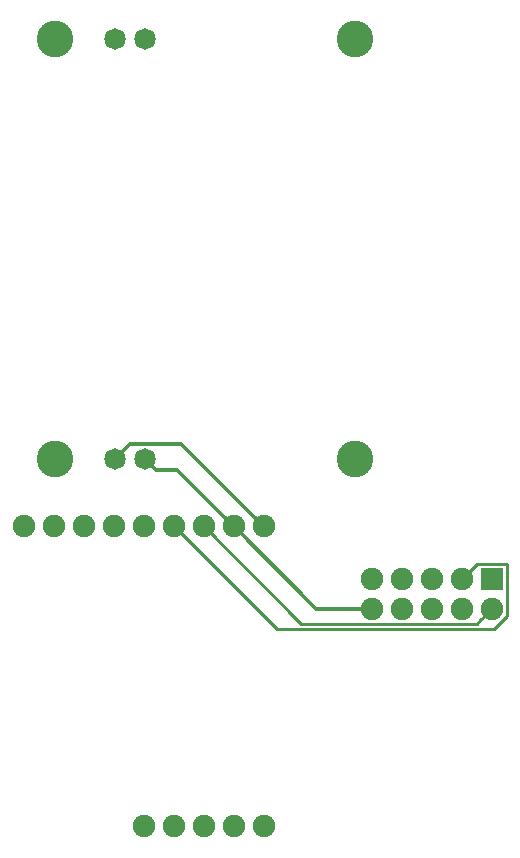
<source format=gbr>
G04 #@! TF.GenerationSoftware,KiCad,Pcbnew,(5.0.1-3-g963ef8bb5)*
G04 #@! TF.CreationDate,2019-04-02T14:04:58+07:00*
G04 #@! TF.ProjectId,STMaytal32-LoRa_Module_v2,53544D617974616C33322D4C6F52615F,rev?*
G04 #@! TF.SameCoordinates,Original*
G04 #@! TF.FileFunction,Copper,L2,Bot,Signal*
G04 #@! TF.FilePolarity,Positive*
%FSLAX46Y46*%
G04 Gerber Fmt 4.6, Leading zero omitted, Abs format (unit mm)*
G04 Created by KiCad (PCBNEW (5.0.1-3-g963ef8bb5)) date Tuesday, April 02, 2019 at 02:04:58 PM*
%MOMM*%
%LPD*%
G01*
G04 APERTURE LIST*
G04 #@! TA.AperFunction,ComponentPad*
%ADD10C,1.905000*%
G04 #@! TD*
G04 #@! TA.AperFunction,ComponentPad*
%ADD11R,1.905000X1.905000*%
G04 #@! TD*
G04 #@! TA.AperFunction,ComponentPad*
%ADD12C,1.820000*%
G04 #@! TD*
G04 #@! TA.AperFunction,ComponentPad*
%ADD13C,3.100000*%
G04 #@! TD*
G04 #@! TA.AperFunction,Conductor*
%ADD14C,0.350000*%
G04 #@! TD*
G04 #@! TA.AperFunction,Conductor*
%ADD15C,0.250000*%
G04 #@! TD*
G04 APERTURE END LIST*
D10*
G04 #@! TO.P,J1,2*
G04 #@! TO.N,EN*
X168402000Y-115824000D03*
G04 #@! TO.P,J1,4*
G04 #@! TO.N,G1-PSTAT*
X165862000Y-115824000D03*
G04 #@! TO.P,J1,6*
G04 #@! TO.N,RST*
X163322000Y-115824000D03*
G04 #@! TO.P,J1,8*
G04 #@! TO.N,MOSI-KEY*
X160782000Y-115824000D03*
G04 #@! TO.P,J1,10*
G04 #@! TO.N,GND*
X158242000Y-115824000D03*
D11*
G04 #@! TO.P,J1,1*
G04 #@! TO.N,Net-(J1-Pad1)*
X168402000Y-113284000D03*
D10*
G04 #@! TO.P,J1,9*
G04 #@! TO.N,MISO-TX*
X158242000Y-113284000D03*
G04 #@! TO.P,J1,3*
G04 #@! TO.N,G0*
X165862000Y-113284000D03*
G04 #@! TO.P,J1,7*
G04 #@! TO.N,SCK-RX*
X160782000Y-113284000D03*
G04 #@! TO.P,J1,5*
G04 #@! TO.N,CS-RI*
X163322000Y-113284000D03*
G04 #@! TD*
G04 #@! TO.P,U3,9*
G04 #@! TO.N,RST*
X128778000Y-108839000D03*
G04 #@! TO.P,U3,8*
G04 #@! TO.N,CS-RI*
X131318000Y-108839000D03*
G04 #@! TO.P,U3,7*
G04 #@! TO.N,MOSI-KEY*
X133858000Y-108839000D03*
G04 #@! TO.P,U3,6*
G04 #@! TO.N,MISO-TX*
X136398000Y-108839000D03*
G04 #@! TO.P,U3,4*
G04 #@! TO.N,SCK-RX*
X138938000Y-108839000D03*
G04 #@! TO.P,U3,5*
G04 #@! TO.N,G0*
X141478000Y-108839000D03*
G04 #@! TO.P,U3,3*
G04 #@! TO.N,EN*
X144018000Y-108839000D03*
G04 #@! TO.P,U3,2*
G04 #@! TO.N,GND*
X146558000Y-108839000D03*
G04 #@! TO.P,U3,1*
G04 #@! TO.N,Net-(U3-Pad1)*
X149098000Y-108839000D03*
G04 #@! TO.P,U3,14*
G04 #@! TO.N,Net-(U3-Pad14)*
X138938000Y-134239000D03*
G04 #@! TO.P,U3,13*
G04 #@! TO.N,Net-(U3-Pad13)*
X141478000Y-134239000D03*
G04 #@! TO.P,U3,12*
G04 #@! TO.N,Net-(U3-Pad12)*
X144018000Y-134239000D03*
G04 #@! TO.P,U3,11*
G04 #@! TO.N,Net-(U3-Pad11)*
X146558000Y-134239000D03*
G04 #@! TO.P,U3,10*
G04 #@! TO.N,G1-PSTAT*
X149098000Y-134239000D03*
G04 #@! TD*
D12*
G04 #@! TO.P,U4,1*
G04 #@! TO.N,Net-(BT2-Pad1)*
X136525000Y-67564000D03*
G04 #@! TO.P,U4,2*
G04 #@! TO.N,Net-(BT2-Pad2)*
X139065000Y-67564000D03*
G04 #@! TO.P,U4,3*
G04 #@! TO.N,Net-(U3-Pad1)*
X136525000Y-103124000D03*
D13*
G04 #@! TO.P,U4,*
G04 #@! TO.N,*
X131445000Y-103124000D03*
X131445000Y-67564000D03*
X156845000Y-103124000D03*
X156845000Y-67564000D03*
D12*
G04 #@! TO.P,U4,4*
G04 #@! TO.N,GND*
X139065000Y-103124000D03*
G04 #@! TD*
D14*
G04 #@! TO.N,GND*
X145605501Y-107886501D02*
X146558000Y-108839000D01*
X139974999Y-104033999D02*
X141752999Y-104033999D01*
X141752999Y-104033999D02*
X145605501Y-107886501D01*
X139065000Y-103124000D02*
X139974999Y-104033999D01*
X153543000Y-115824000D02*
X158242000Y-115824000D01*
X146558000Y-108839000D02*
X153543000Y-115824000D01*
D15*
G04 #@! TO.N,G0*
X166814499Y-112331501D02*
X165862000Y-113284000D01*
X169614501Y-112006499D02*
X167139501Y-112006499D01*
X169679501Y-112071499D02*
X169614501Y-112006499D01*
X167139501Y-112006499D02*
X166814499Y-112331501D01*
X169679501Y-116437201D02*
X169679501Y-112071499D01*
X168565191Y-117551511D02*
X169679501Y-116437201D01*
X150190511Y-117551511D02*
X168565191Y-117551511D01*
X141478000Y-108839000D02*
X150190511Y-117551511D01*
G04 #@! TO.N,EN*
X152280501Y-117101501D02*
X167124499Y-117101501D01*
X167449501Y-116776499D02*
X168402000Y-115824000D01*
X167124499Y-117101501D02*
X167449501Y-116776499D01*
X144018000Y-108839000D02*
X152280501Y-117101501D01*
D14*
G04 #@! TO.N,Net-(U3-Pad1)*
X148145501Y-107886501D02*
X149098000Y-108839000D01*
X142097999Y-101838999D02*
X148145501Y-107886501D01*
X137810001Y-101838999D02*
X142097999Y-101838999D01*
X136525000Y-103124000D02*
X137810001Y-101838999D01*
G04 #@! TD*
M02*

</source>
